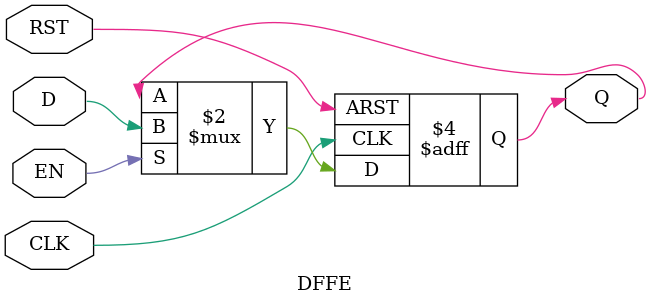
<source format=v>
/*
 * Standard Cell Library - Verilog Format
 * MyLogic EDA Tool Technology Libraries
 * 
 * Thư viện cell chuẩn cho technology mapping
 * Dựa trên các thư viện industry standard
 */

// Basic Gates - 2-input
module INV (input A, output Y);
    assign Y = ~A;
endmodule

module NAND2 (input A, B, output Y);
    assign Y = ~(A & B);
endmodule

module NOR2 (input A, B, output Y);
    assign Y = ~(A | B);
endmodule

module AND2 (input A, B, output Y);
    assign Y = A & B;
endmodule

module OR2 (input A, B, output Y);
    assign Y = A | B;
endmodule

module XOR2 (input A, B, output Y);
    assign Y = A ^ B;
endmodule

module XNOR2 (input A, B, output Y);
    assign Y = ~(A ^ B);
endmodule

// 3-input Gates
module NAND3 (input A, B, C, output Y);
    assign Y = ~(A & B & C);
endmodule

module NOR3 (input A, B, C, output Y);
    assign Y = ~(A | B | C);
endmodule

module AND3 (input A, B, C, output Y);
    assign Y = A & B & C;
endmodule

module OR3 (input A, B, C, output Y);
    assign Y = A | B | C;
endmodule

// Complex Gates
module AOI21 (input A, B, C, output Y);
    assign Y = ~((A & B) | C);
endmodule

module OAI21 (input A, B, C, output Y);
    assign Y = ~((A | B) & C);
endmodule

module AOI22 (input A, B, C, D, output Y);
    assign Y = ~((A & B) | (C & D));
endmodule

module OAI22 (input A, B, C, D, output Y);
    assign Y = ~((A | B) & (C | D));
endmodule

// 4-input Gates
module NAND4 (input A, B, C, D, output Y);
    assign Y = ~(A & B & C & D);
endmodule

module NOR4 (input A, B, C, D, output Y);
    assign Y = ~(A | B | C | D);
endmodule

module AND4 (input A, B, C, D, output Y);
    assign Y = A & B & C & D;
endmodule

module OR4 (input A, B, C, D, output Y);
    assign Y = A | B | C | D;
endmodule

// MUX Gates
module MUX2 (input A, B, S, output Y);
    assign Y = S ? B : A;
endmodule

module MUX4 (input A, B, C, D, input [1:0] S, output Y);
    assign Y = (S == 2'b00) ? A :
               (S == 2'b01) ? B :
               (S == 2'b10) ? C : D;
endmodule

// DFF - D Flip-Flop
module DFF (input D, CLK, RST, output reg Q);
    always @(posedge CLK or posedge RST) begin
        if (RST) Q <= 1'b0;
        else Q <= D;
    end
endmodule

// DFF with Enable
module DFFE (input D, CLK, RST, EN, output reg Q);
    always @(posedge CLK or posedge RST) begin
        if (RST) Q <= 1'b0;
        else if (EN) Q <= D;
    end
endmodule

</source>
